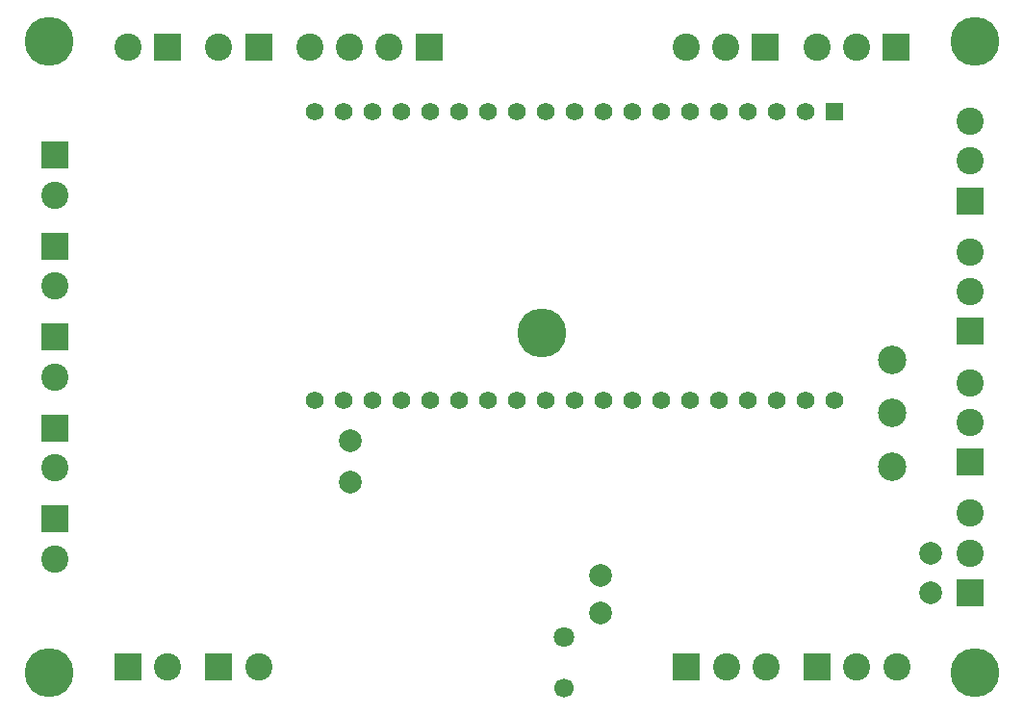
<source format=gbs>
G04 #@! TF.GenerationSoftware,KiCad,Pcbnew,7.0.7*
G04 #@! TF.CreationDate,2023-09-27T11:52:32+02:00*
G04 #@! TF.ProjectId,PCB_Layout_MOSFET,5043425f-4c61-4796-9f75-745f4d4f5346,rev?*
G04 #@! TF.SameCoordinates,Original*
G04 #@! TF.FileFunction,Soldermask,Bot*
G04 #@! TF.FilePolarity,Negative*
%FSLAX46Y46*%
G04 Gerber Fmt 4.6, Leading zero omitted, Abs format (unit mm)*
G04 Created by KiCad (PCBNEW 7.0.7) date 2023-09-27 11:52:32*
%MOMM*%
%LPD*%
G01*
G04 APERTURE LIST*
%ADD10C,1.700000*%
%ADD11C,1.800000*%
%ADD12R,1.560000X1.560000*%
%ADD13C,1.560000*%
%ADD14C,2.500000*%
%ADD15R,2.400000X2.400000*%
%ADD16C,2.400000*%
%ADD17C,4.300000*%
%ADD18C,2.000000*%
G04 APERTURE END LIST*
D10*
X148757500Y-138200000D03*
D11*
X148757500Y-133700000D03*
D12*
X172510000Y-87477500D03*
D13*
X169970000Y-87477500D03*
X167430000Y-87477500D03*
X164890000Y-87477500D03*
X162350000Y-87477500D03*
X159810000Y-87477500D03*
X157270000Y-87477500D03*
X154730000Y-87477500D03*
X152190000Y-87477500D03*
X149650000Y-87477500D03*
X147110000Y-87477500D03*
X144570000Y-87477500D03*
X142030000Y-87477500D03*
X139490000Y-87477500D03*
X136950000Y-87477500D03*
X134410000Y-87477500D03*
X131870000Y-87477500D03*
X129330000Y-87477500D03*
X126790000Y-87477500D03*
X172510000Y-112877500D03*
X169970000Y-112877500D03*
X167430000Y-112877500D03*
X164890000Y-112877500D03*
X162350000Y-112877500D03*
X159810000Y-112877500D03*
X157270000Y-112877500D03*
X154730000Y-112877500D03*
X152190000Y-112877500D03*
X149650000Y-112877500D03*
X147110000Y-112877500D03*
X144570000Y-112877500D03*
X142030000Y-112877500D03*
X139490000Y-112877500D03*
X136950000Y-112877500D03*
X134410000Y-112877500D03*
X131870000Y-112877500D03*
X129330000Y-112877500D03*
X126790000Y-112877500D03*
D14*
X177550000Y-114000000D03*
X177550000Y-118700000D03*
X177550000Y-109300000D03*
D15*
X184450000Y-118300000D03*
D16*
X184450000Y-114800000D03*
X184450000Y-111300000D03*
D15*
X166450000Y-81800000D03*
D16*
X162950000Y-81800000D03*
X159450000Y-81800000D03*
D15*
X184450000Y-129800000D03*
D16*
X184450000Y-126300000D03*
X184450000Y-122800000D03*
D15*
X136850000Y-81800000D03*
D16*
X133350000Y-81800000D03*
X129850000Y-81800000D03*
X126350000Y-81800000D03*
D17*
X184900000Y-136800000D03*
X103400000Y-136800000D03*
D15*
X110350000Y-136300000D03*
D16*
X113850000Y-136300000D03*
D15*
X184450000Y-95300000D03*
D16*
X184450000Y-91800000D03*
X184450000Y-88300000D03*
D15*
X103900000Y-99300000D03*
D16*
X103900000Y-102800000D03*
D15*
X177950000Y-81800000D03*
D16*
X174450000Y-81800000D03*
X170950000Y-81800000D03*
D15*
X171000000Y-136300000D03*
D16*
X174500000Y-136300000D03*
X178000000Y-136300000D03*
D15*
X118350000Y-136300000D03*
D16*
X121850000Y-136300000D03*
D15*
X103900000Y-123300000D03*
D16*
X103900000Y-126800000D03*
D15*
X103900000Y-91300000D03*
D16*
X103900000Y-94800000D03*
D17*
X146750000Y-106950000D03*
D15*
X159500000Y-136300000D03*
D16*
X163000000Y-136300000D03*
X166500000Y-136300000D03*
D15*
X184450000Y-106800000D03*
D16*
X184450000Y-103300000D03*
X184450000Y-99800000D03*
D15*
X103900000Y-107300000D03*
D16*
X103900000Y-110800000D03*
D15*
X113850000Y-81800000D03*
D16*
X110350000Y-81800000D03*
D17*
X184900000Y-81300000D03*
X103400000Y-81300000D03*
D15*
X121850000Y-81800000D03*
D16*
X118350000Y-81800000D03*
D15*
X103900000Y-115300000D03*
D16*
X103900000Y-118800000D03*
D18*
X181000000Y-126300000D03*
X151900000Y-128300000D03*
X129900000Y-116400000D03*
X181000000Y-129800000D03*
X129900000Y-120050000D03*
X151900000Y-131550000D03*
M02*

</source>
